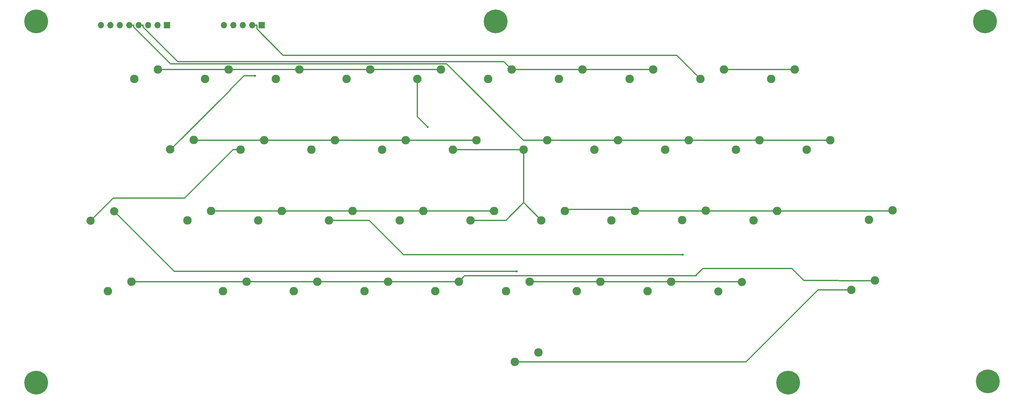
<source format=gbr>
G04 #@! TF.GenerationSoftware,KiCad,Pcbnew,(5.1.5)-3*
G04 #@! TF.CreationDate,2021-02-13T23:02:18-06:00*
G04 #@! TF.ProjectId,SinclairSpectrumKeyboard,53696e63-6c61-4697-9253-706563747275,rev?*
G04 #@! TF.SameCoordinates,Original*
G04 #@! TF.FileFunction,Copper,L1,Top*
G04 #@! TF.FilePolarity,Positive*
%FSLAX46Y46*%
G04 Gerber Fmt 4.6, Leading zero omitted, Abs format (unit mm)*
G04 Created by KiCad (PCBNEW (5.1.5)-3) date 2021-02-13 23:02:18*
%MOMM*%
%LPD*%
G04 APERTURE LIST*
%ADD10C,2.200000*%
%ADD11O,1.700000X1.700000*%
%ADD12R,1.700000X1.700000*%
%ADD13C,6.400000*%
%ADD14C,2.286000*%
%ADD15C,0.600000*%
%ADD16C,0.375000*%
G04 APERTURE END LIST*
D10*
X225150000Y-179190000D03*
X231500000Y-176650000D03*
X56150000Y-160140000D03*
X62500000Y-157600000D03*
D11*
X92040000Y-107500000D03*
X94580000Y-107500000D03*
X97120000Y-107500000D03*
X99660000Y-107500000D03*
D12*
X102200000Y-107500000D03*
D11*
X58920000Y-107500000D03*
X61460000Y-107500000D03*
X64000000Y-107500000D03*
X66540000Y-107500000D03*
X69080000Y-107500000D03*
X71620000Y-107500000D03*
X74160000Y-107500000D03*
D12*
X76700000Y-107500000D03*
D13*
X165200000Y-106500000D03*
X41529000Y-203708000D03*
X297700000Y-203400000D03*
X41529000Y-106500000D03*
X243967000Y-203708000D03*
X296900000Y-106500000D03*
D14*
X245745000Y-119380000D03*
X239395000Y-121920000D03*
X74295000Y-119380000D03*
X67945000Y-121920000D03*
X93345000Y-119380000D03*
X86995000Y-121920000D03*
X112395000Y-119380000D03*
X106045000Y-121920000D03*
X131445000Y-119380000D03*
X125095000Y-121920000D03*
X150495000Y-119380000D03*
X144145000Y-121920000D03*
X169545000Y-119380000D03*
X163195000Y-121920000D03*
X188595000Y-119380000D03*
X182245000Y-121920000D03*
X207645000Y-119380000D03*
X201295000Y-121920000D03*
X226695000Y-119380000D03*
X220345000Y-121920000D03*
X88582500Y-157480000D03*
X82232500Y-160020000D03*
X174308000Y-176530000D03*
X167958000Y-179070000D03*
X136208000Y-176530000D03*
X129858000Y-179070000D03*
X126682000Y-157480000D03*
X120332000Y-160020000D03*
X121920000Y-138430000D03*
X115570000Y-140970000D03*
X145732000Y-157480000D03*
X139382000Y-160020000D03*
X164782000Y-157480000D03*
X158432000Y-160020000D03*
X183832000Y-157480000D03*
X177482000Y-160020000D03*
X217170000Y-138430000D03*
X210820000Y-140970000D03*
X221740000Y-157420000D03*
X215390000Y-159960000D03*
X202740000Y-157480000D03*
X196390000Y-160020000D03*
X240982000Y-157480000D03*
X234632000Y-160020000D03*
X212408000Y-176530000D03*
X206058000Y-179070000D03*
X193358000Y-176530000D03*
X187008000Y-179070000D03*
X236220000Y-138430000D03*
X229870000Y-140970000D03*
X255270000Y-138430000D03*
X248920000Y-140970000D03*
X83940000Y-138420000D03*
X77590000Y-140960000D03*
X140970000Y-138430000D03*
X134620000Y-140970000D03*
X107632000Y-157480000D03*
X101282000Y-160020000D03*
X160020000Y-138430000D03*
X153670000Y-140970000D03*
X198120000Y-138430000D03*
X191770000Y-140970000D03*
X155258000Y-176530000D03*
X148908000Y-179070000D03*
X102870000Y-138430000D03*
X96520000Y-140970000D03*
X117158000Y-176530000D03*
X110808000Y-179070000D03*
X179070000Y-138430000D03*
X172720000Y-140970000D03*
X98107500Y-176530000D03*
X91757500Y-179070000D03*
X67151200Y-176530000D03*
X60801200Y-179070000D03*
X265690000Y-159860000D03*
X272040000Y-157320000D03*
X176689000Y-195580000D03*
X170339000Y-198120000D03*
X267340000Y-176220000D03*
X260990000Y-178760000D03*
D15*
X170867100Y-173737500D03*
X146900000Y-134900000D03*
X215600000Y-169300000D03*
X100387300Y-121090100D03*
D16*
X62500000Y-157600000D02*
X78637500Y-173737500D01*
X78637500Y-173737500D02*
X170867100Y-173737500D01*
X193358000Y-176530000D02*
X174308000Y-176530000D01*
X212408000Y-176530000D02*
X193358000Y-176530000D01*
X231380000Y-176530000D02*
X231500000Y-176650000D01*
X212408000Y-176530000D02*
X231380000Y-176530000D01*
X202882000Y-157480000D02*
X202516100Y-157114100D01*
X202516100Y-157114100D02*
X184197900Y-157114100D01*
X184197900Y-157114100D02*
X183832000Y-157480000D01*
X240982000Y-157480000D02*
X221932000Y-157480000D01*
X272040000Y-157320000D02*
X271880000Y-157480000D01*
X271880000Y-157480000D02*
X240982000Y-157480000D01*
X221932000Y-157480000D02*
X202882000Y-157480000D01*
X98107500Y-176530000D02*
X98094100Y-176543400D01*
X98094100Y-176543400D02*
X67164600Y-176543400D01*
X67164600Y-176543400D02*
X67151200Y-176530000D01*
X155258000Y-176530000D02*
X136208000Y-176530000D01*
X267340000Y-176220000D02*
X267267500Y-176292500D01*
X219210000Y-174987600D02*
X156800400Y-174987600D01*
X156800400Y-174987600D02*
X155258000Y-176530000D01*
X117158000Y-176530000D02*
X136208000Y-176530000D01*
X98107500Y-176530000D02*
X117158000Y-176530000D01*
X219210000Y-174987600D02*
X219210000Y-174730000D01*
X219210000Y-174730000D02*
X220960000Y-172980000D01*
X244970000Y-172980000D02*
X248210000Y-176220000D01*
X220960000Y-172980000D02*
X244970000Y-172980000D01*
X267267500Y-176292500D02*
X248210000Y-176220000D01*
X67777800Y-107500000D02*
X67777800Y-107964200D01*
X67777800Y-107964200D02*
X77662700Y-117849100D01*
X77662700Y-117849100D02*
X152032700Y-117849100D01*
X152032700Y-117849100D02*
X172613600Y-138430000D01*
X172613600Y-138430000D02*
X179070000Y-138430000D01*
X179070000Y-138430000D02*
X198120000Y-138430000D01*
X66540000Y-107500000D02*
X67777800Y-107500000D01*
X236220000Y-138430000D02*
X217170000Y-138430000D01*
X255270000Y-138430000D02*
X236220000Y-138430000D01*
X198120000Y-138430000D02*
X217170000Y-138430000D01*
X169545000Y-119380000D02*
X167438700Y-117273700D01*
X167438700Y-117273700D02*
X79627300Y-117273700D01*
X79627300Y-117273700D02*
X70317800Y-107964200D01*
X70317800Y-107964200D02*
X70317800Y-107500000D01*
X188595000Y-119380000D02*
X169545000Y-119380000D01*
X69080000Y-107500000D02*
X70317800Y-107500000D01*
X207645000Y-119380000D02*
X188595000Y-119380000D01*
X226695000Y-119380000D02*
X245745000Y-119380000D01*
X107632000Y-157480000D02*
X88582500Y-157480000D01*
X126682000Y-157480000D02*
X107632000Y-157480000D01*
X145732000Y-157480000D02*
X126682000Y-157480000D01*
X164782000Y-157480000D02*
X145732000Y-157480000D01*
X102870000Y-138430000D02*
X83950000Y-138430000D01*
X83950000Y-138430000D02*
X83940000Y-138420000D01*
X121920000Y-138430000D02*
X102870000Y-138430000D01*
X140970000Y-138430000D02*
X121920000Y-138430000D01*
X160020000Y-138430000D02*
X140970000Y-138430000D01*
X74295000Y-119380000D02*
X93345000Y-119380000D01*
X112395000Y-119380000D02*
X93345000Y-119380000D01*
X131445000Y-119380000D02*
X112395000Y-119380000D01*
X150495000Y-119380000D02*
X131445000Y-119380000D01*
X172720000Y-155258000D02*
X177482000Y-160020000D01*
X172720000Y-140970000D02*
X172720000Y-155258000D01*
X158432000Y-160020000D02*
X167958000Y-160020000D01*
X167958000Y-160020000D02*
X172720000Y-155258000D01*
X153670000Y-140970000D02*
X172720000Y-140970000D01*
X144145000Y-121920000D02*
X144145000Y-132145000D01*
X144145000Y-132145000D02*
X146900000Y-134900000D01*
X146900000Y-134900000D02*
X146900000Y-134900000D01*
X120332000Y-160020000D02*
X131142700Y-160020000D01*
X135911350Y-164788650D02*
X140422700Y-169300000D01*
X135911350Y-164788650D02*
X136088400Y-164965700D01*
X131142700Y-160020000D02*
X135911350Y-164788650D01*
X140422700Y-169300000D02*
X215600000Y-169300000D01*
X215600000Y-169300000D02*
X215600000Y-169300000D01*
X220345000Y-121920000D02*
X213988300Y-115563300D01*
X213988300Y-115563300D02*
X107955400Y-115563300D01*
X107955400Y-115563300D02*
X100897800Y-108505700D01*
X100897800Y-108505700D02*
X100897800Y-107500000D01*
X56150000Y-160140000D02*
X62267600Y-154022400D01*
X62267600Y-154022400D02*
X81426800Y-154022400D01*
X81426800Y-154022400D02*
X94479200Y-140970000D01*
X94479200Y-140970000D02*
X96520000Y-140970000D01*
X99660000Y-107500000D02*
X100897800Y-107500000D01*
X77590000Y-140960000D02*
X77740000Y-140960000D01*
X77740000Y-140960000D02*
X93713000Y-124987000D01*
X93713000Y-124987000D02*
X93713000Y-124836300D01*
X93713000Y-124836300D02*
X97459200Y-121090100D01*
X97459200Y-121090100D02*
X100387300Y-121090100D01*
X260990000Y-178760000D02*
X251948500Y-178760000D01*
X251948500Y-178760000D02*
X232588500Y-198120000D01*
X232588500Y-198120000D02*
X170339000Y-198120000D01*
M02*

</source>
